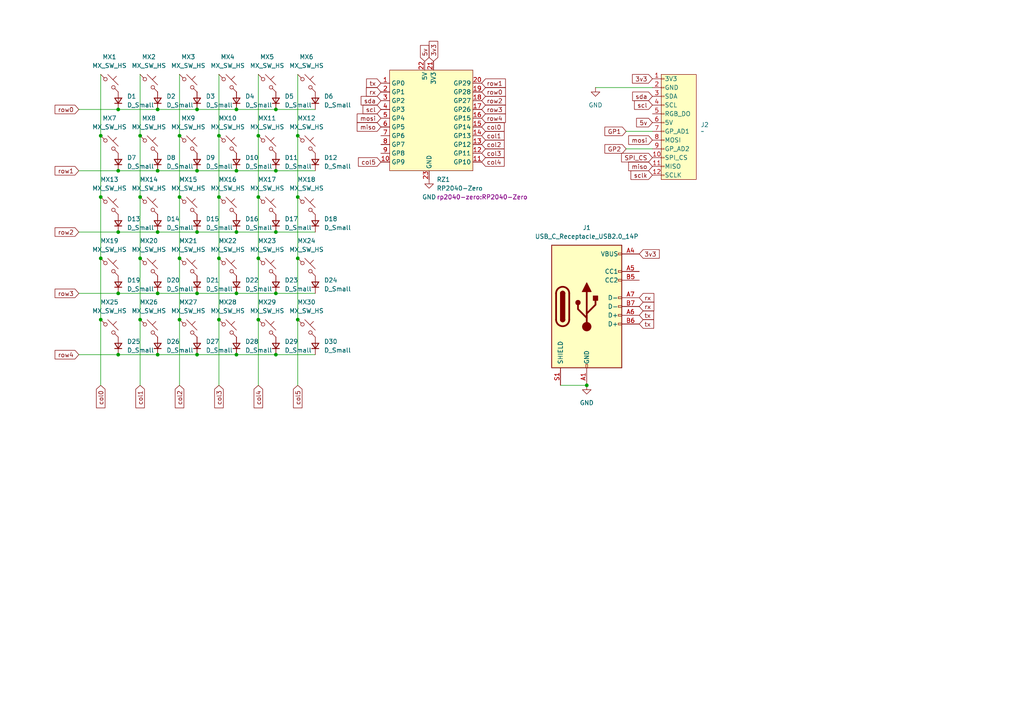
<source format=kicad_sch>
(kicad_sch (version 20231120) (generator "eeschema") (generator_version "8.0")
  (paper "A4")
  (lib_symbols
    (symbol "Connector:USB_C_Receptacle_USB2.0_14P" (pin_names (offset 1.016))
      (property "Reference" "J" (at 0 22.225 0))
      (property "Value" "USB_C_Receptacle_USB2.0_14P" (at 0 19.685 0))
      (symbol "USB_C_Receptacle_USB2.0_14P_0_0"
        (rectangle (start -0.254 -17.78) (end 0.254 -16.764))
        (rectangle (start 10.16 -4.826) (end 9.144 -5.334))
        (rectangle (start 10.16 -2.286) (end 9.144 -2.794))
        (rectangle (start 10.16 0.254) (end 9.144 -0.254))
        (rectangle (start 10.16 2.794) (end 9.144 2.286))
        (rectangle (start 10.16 7.874) (end 9.144 7.366))
        (rectangle (start 10.16 10.414) (end 9.144 9.906))
        (rectangle (start 10.16 15.494) (end 9.144 14.986))
      )
      (symbol "USB_C_Receptacle_USB2.0_14P_0_1"
        (rectangle (start -10.16 17.78) (end 10.16 -17.78) (stroke (width 0.254)) (fill (type background)))
        (arc (start -8.89 -3.81) (mid -6.985 -5.7067) (end -5.08 -3.81) (stroke (width 0.508)))
        (arc (start -7.62 -3.81) (mid -6.985 -4.4423) (end -6.35 -3.81) (stroke (width 0.254)))
        (arc (start -7.62 -3.81) (mid -6.985 -4.4423) (end -6.35 -3.81) (stroke (width 0.254)) (fill (type outline)))
        (rectangle (start -7.62 -3.81) (end -6.35 3.81) (stroke (width 0.254)) (fill (type outline)))
        (arc (start -6.35 3.81) (mid -6.985 4.4423) (end -7.62 3.81) (stroke (width 0.254)))
        (arc (start -6.35 3.81) (mid -6.985 4.4423) (end -7.62 3.81) (stroke (width 0.254)) (fill (type outline)))
        (arc (start -5.08 3.81) (mid -6.985 5.7067) (end -8.89 3.81) (stroke (width 0.508)))
        (circle (center -2.54 1.143) (radius 0.635) (stroke (width 0.254)) (fill (type outline)))
        (circle (center 0 -5.842) (radius 1.27) (fill (type outline)))
        (polyline (pts (xy -8.89 -3.81) (xy -8.89 3.81)) (stroke (width 0.508)))
        (polyline (pts (xy -5.08 3.81) (xy -5.08 -3.81)) (stroke (width 0.508)))
        (polyline (pts (xy 0 -5.842) (xy 0 4.318)) (stroke (width 0.508)))
        (polyline (pts (xy 0 -3.302) (xy -2.54 -0.762) (xy -2.54 0.508)) (stroke (width 0.508)))
        (polyline (pts (xy 0 -2.032) (xy 2.54 0.508) (xy 2.54 1.778)) (stroke (width 0.508)))
        (polyline (pts (xy -1.27 4.318) (xy 0 6.858) (xy 1.27 4.318) (xy -1.27 4.318)) (stroke (width 0.254)) (fill (type outline)))
        (rectangle (start 1.905 1.778) (end 3.175 3.048) (stroke (width 0.254)) (fill (type outline)))
      )
      (symbol "USB_C_Receptacle_USB2.0_14P_1_1"
        (pin passive line (at 0 -22.86 90) (length 5.08) (name "GND") (number "A1"))
        (pin passive line (at 0 -22.86 90) (length 5.08) hide (name "GND") (number "A12"))
        (pin passive line (at 15.24 15.24 180) (length 5.08) (name "VBUS") (number "A4"))
        (pin bidirectional line (at 15.24 10.16 180) (length 5.08) (name "CC1") (number "A5"))
        (pin bidirectional line (at 15.24 -2.54 180) (length 5.08) (name "D+") (number "A6"))
        (pin bidirectional line (at 15.24 2.54 180) (length 5.08) (name "D-") (number "A7"))
        (pin passive line (at 15.24 15.24 180) (length 5.08) hide (name "VBUS") (number "A9"))
        (pin passive line (at 0 -22.86 90) (length 5.08) hide (name "GND") (number "B1"))
        (pin passive line (at 0 -22.86 90) (length 5.08) hide (name "GND") (number "B12"))
        (pin passive line (at 15.24 15.24 180) (length 5.08) hide (name "VBUS") (number "B4"))
        (pin bidirectional line (at 15.24 7.62 180) (length 5.08) (name "CC2") (number "B5"))
        (pin bidirectional line (at 15.24 -5.08 180) (length 5.08) (name "D+") (number "B6"))
        (pin bidirectional line (at 15.24 0 180) (length 5.08) (name "D-") (number "B7"))
        (pin passive line (at 15.24 15.24 180) (length 5.08) hide (name "VBUS") (number "B9"))
        (pin passive line (at -7.62 -22.86 90) (length 5.08) (name "SHIELD") (number "S1"))
      )
    )
    (symbol "Device:D_Small" (pin_numbers hide) (pin_names (offset 0.254) hide)
      (property "Reference" "D" (at -1.27 2.032 0))
      (property "Value" "D_Small" (at -3.81 -2.032 0))
      (symbol "D_Small_0_1"
        (polyline (pts (xy -0.762 -1.016) (xy -0.762 1.016)) (stroke (width 0.254)))
        (polyline (pts (xy -0.762 0) (xy 0.762 0)))
        (polyline (pts (xy 0.762 -1.016) (xy -0.762 0) (xy 0.762 1.016) (xy 0.762 -1.016)) (stroke (width 0.254)))
      )
      (symbol "D_Small_1_1"
        (pin passive line (at -2.54 0 0) (length 1.778) (name "K") (number "1"))
        (pin passive line (at 2.54 0 180) (length 1.778) (name "A") (number "2"))
      )
    )
    (symbol "marbastlib-mx:MX_SW_HS_CPG151101S11" (pin_numbers hide) (pin_names (offset 1.016) hide)
      (property "Reference" "MX" (at 3.048 1.016 0))
      (property "Value" "MX_SW_HS" (at 0 -3.81 0))
      (symbol "MX_SW_HS_CPG151101S11_0_1"
        (circle (center -1.1684 1.1684) (radius 0.508))
        (polyline (pts (xy -0.508 2.54) (xy 2.54 -0.508)))
        (polyline (pts (xy 1.016 1.016) (xy 2.032 2.032)))
        (polyline (pts (xy -2.54 2.54) (xy -1.524 1.524) (xy -1.524 1.524)))
        (polyline (pts (xy 1.524 -1.524) (xy 2.54 -2.54) (xy 2.54 -2.54) (xy 2.54 -2.54)))
        (circle (center 1.143 -1.1938) (radius 0.508))
        (pin passive line (at -2.54 2.54 0) (length 0) (name "1") (number "1"))
        (pin passive line (at 2.54 -2.54 180) (length 0) (name "2") (number "2"))
      )
    )
    (symbol "power:GND" (power) (pin_numbers hide) (pin_names (offset 0) hide)
      (property "Value" "GND" (at 0 -3.81 0))
      (symbol "GND_0_1"
        (polyline (pts (xy 0 0) (xy 0 -1.27) (xy 1.27 -1.27) (xy 0 -2.54) (xy -1.27 -1.27) (xy 0 -1.27)))
      )
      (symbol "GND_1_1"
        (pin power_in line (at 0 0 270) (length 0) (name "~") (number "1"))
      )
    )
    (symbol "rp2040-zero:RP2040-Zero"
      (property "Reference" "RZ" (at 0 0 0))
      (property "Value" "RP2040-Zero" (at 0 -2.54 0))
      (property "Footprint" "RP2040-Zero:RP2040-Zero" (at 0 0 0))
      (symbol "RP2040-Zero_0_1"
        (rectangle (start -11.43 -15.24) (end 12.7 13.97) (fill (type background)))
      )
      (symbol "RP2040-Zero_1_1"
        (pin bidirectional line (at -13.97 10.16 0) (length 2.54) (name "GP0") (number "1"))
        (pin bidirectional line (at -13.97 -12.7 0) (length 2.54) (name "GP9") (number "10"))
        (pin bidirectional line (at 15.24 -12.7 180) (length 2.54) (name "GP10") (number "11"))
        (pin bidirectional line (at 15.24 -10.16 180) (length 2.54) (name "GP11") (number "12"))
        (pin bidirectional line (at 15.24 -7.62 180) (length 2.54) (name "GP12") (number "13"))
        (pin bidirectional line (at 15.24 -5.08 180) (length 2.54) (name "GP13") (number "14"))
        (pin bidirectional line (at 15.24 -2.54 180) (length 2.54) (name "GP14") (number "15"))
        (pin bidirectional line (at 15.24 0 180) (length 2.54) (name "GP15") (number "16"))
        (pin bidirectional line (at 15.24 2.54 180) (length 2.54) (name "GP26") (number "17"))
        (pin bidirectional line (at 15.24 5.08 180) (length 2.54) (name "GP27") (number "18"))
        (pin bidirectional line (at 15.24 7.62 180) (length 2.54) (name "GP28") (number "19"))
        (pin bidirectional line (at -13.97 7.62 0) (length 2.54) (name "GP1") (number "2"))
        (pin bidirectional line (at 15.24 10.16 180) (length 2.54) (name "GP29") (number "20"))
        (pin power_in line (at 1.27 16.51 270) (length 2.54) (name "3V3") (number "21"))
        (pin power_in line (at -1.27 16.51 270) (length 2.54) (name "5V") (number "22"))
        (pin power_in line (at 0 -17.78 90) (length 2.54) (name "GND") (number "23"))
        (pin bidirectional line (at -13.97 5.08 0) (length 2.54) (name "GP2") (number "3"))
        (pin bidirectional line (at -13.97 2.54 0) (length 2.54) (name "GP3") (number "4"))
        (pin bidirectional line (at -13.97 0 0) (length 2.54) (name "GP4") (number "5"))
        (pin bidirectional line (at -13.97 -2.54 0) (length 2.54) (name "GP5") (number "6"))
        (pin bidirectional line (at -13.97 -5.08 0) (length 2.54) (name "GP6") (number "7"))
        (pin bidirectional line (at -13.97 -7.62 0) (length 2.54) (name "GP7") (number "8"))
        (pin bidirectional line (at -13.97 -10.16 0) (length 2.54) (name "GP8") (number "9"))
      )
    )
    (symbol "vik:vik-keyboard-connector" (pin_names (offset 1))
      (property "Reference" "J" (at 0 15.875 0))
      (symbol "vik-keyboard-connector_1_1"
        (rectangle (start -5.08 13.97) (end 5.08 -16.51) (fill (type background)))
        (rectangle (start -5.0546 -15.113) (end -4.191 -15.367) (stroke (width 0.1)))
        (rectangle (start -5.0546 -12.573) (end -4.191 -12.827) (stroke (width 0.1)))
        (rectangle (start -5.0546 -10.033) (end -4.191 -10.287) (stroke (width 0.1)))
        (rectangle (start -5.0546 -7.493) (end -4.191 -7.747) (stroke (width 0.1)))
        (rectangle (start -5.0546 -4.953) (end -4.191 -5.207) (stroke (width 0.1)))
        (rectangle (start -5.0546 -2.413) (end -4.191 -2.667) (stroke (width 0.1)))
        (rectangle (start -5.0546 0.127) (end -4.191 -0.127) (stroke (width 0.1)))
        (rectangle (start -5.0546 2.667) (end -4.191 2.413) (stroke (width 0.1)))
        (rectangle (start -5.0546 5.207) (end -4.191 4.953) (stroke (width 0.1)))
        (rectangle (start -5.0546 7.747) (end -4.191 7.493) (stroke (width 0.1)))
        (rectangle (start -5.0546 10.287) (end -4.191 10.033) (stroke (width 0.1)))
        (rectangle (start -5.0546 12.827) (end -4.191 12.573) (stroke (width 0.1)))
        (pin power_in line (at -7.62 12.7 0) (length 2.54) (name "3V3") (number "1"))
        (pin input line (at -7.62 -10.16 0) (length 2.54) (name "SPI_CS") (number "10"))
        (pin tri_state line (at -7.62 -12.7 0) (length 2.54) (name "MISO") (number "11"))
        (pin input line (at -7.62 -15.24 0) (length 2.54) (name "SCLK") (number "12"))
        (pin power_in line (at -7.62 10.16 0) (length 2.54) (name "GND") (number "2"))
        (pin bidirectional line (at -7.62 7.62 0) (length 2.54) (name "SDA") (number "3"))
        (pin bidirectional line (at -7.62 5.08 0) (length 2.54) (name "SCL") (number "4"))
        (pin input line (at -7.62 2.54 0) (length 2.54) (name "RGB_DO") (number "5"))
        (pin power_in line (at -7.62 0 0) (length 2.54) (name "5V") (number "6"))
        (pin bidirectional line (at -7.62 -2.54 0) (length 2.54) (name "GP_AD1") (number "7"))
        (pin input line (at -7.62 -5.08 0) (length 2.54) (name "MOSI") (number "8"))
        (pin bidirectional line (at -7.62 -7.62 0) (length 2.54) (name "GP_AD2") (number "9"))
      )
    )
  )
  (junction (at 57.15 31.75))
  (junction (at 34.29 49.53))
  (junction (at 45.72 67.31))
  (junction (at 45.72 102.87))
  (junction (at 86.36 74.93))
  (junction (at 57.15 85.09))
  (junction (at 74.93 74.93))
  (junction (at 68.58 67.31))
  (junction (at 45.72 49.53))
  (junction (at 29.21 74.93))
  (junction (at 63.5 39.37))
  (junction (at 80.01 31.75))
  (junction (at 68.58 85.09))
  (junction (at 45.72 31.75))
  (junction (at 29.21 92.71))
  (junction (at 57.15 102.87))
  (junction (at 63.5 74.93))
  (junction (at 80.01 102.87))
  (junction (at 34.29 85.09))
  (junction (at 63.5 57.15))
  (junction (at 86.36 92.71))
  (junction (at 52.07 74.93))
  (junction (at 29.21 57.15))
  (junction (at 40.64 57.15))
  (junction (at 63.5 92.71))
  (junction (at 86.36 39.37))
  (junction (at 57.15 49.53))
  (junction (at 40.64 39.37))
  (junction (at 80.01 85.09))
  (junction (at 34.29 67.31))
  (junction (at 68.58 49.53))
  (junction (at 80.01 67.31))
  (junction (at 52.07 92.71))
  (junction (at 29.21 39.37))
  (junction (at 74.93 57.15))
  (junction (at 45.72 85.09))
  (junction (at 40.64 92.71))
  (junction (at 52.07 39.37))
  (junction (at 74.93 39.37))
  (junction (at 52.07 57.15))
  (junction (at 34.29 102.87))
  (junction (at 74.93 92.71))
  (junction (at 57.15 67.31))
  (junction (at 86.36 57.15))
  (junction (at 34.29 31.75))
  (junction (at 68.58 31.75))
  (junction (at 170.18 111.76))
  (junction (at 80.01 49.53))
  (junction (at 68.58 102.87))
  (junction (at 40.64 74.93))
  (wire (pts (xy 29.21 74.93) (xy 29.21 92.71)))
  (wire (pts (xy 52.07 57.15) (xy 52.07 74.93)))
  (wire (pts (xy 63.5 21.59) (xy 63.5 39.37)))
  (wire (pts (xy 68.58 85.09) (xy 80.01 85.09)))
  (wire (pts (xy 86.36 74.93) (xy 86.36 92.71)))
  (wire (pts (xy 29.21 39.37) (xy 29.21 57.15)))
  (wire (pts (xy 34.29 31.75) (xy 45.72 31.75)))
  (wire (pts (xy 80.01 85.09) (xy 91.44 85.09)))
  (wire (pts (xy 86.36 21.59) (xy 86.36 39.37)))
  (wire (pts (xy 45.72 49.53) (xy 57.15 49.53)))
  (wire (pts (xy 68.58 49.53) (xy 80.01 49.53)))
  (wire (pts (xy 80.01 67.31) (xy 91.44 67.31)))
  (wire (pts (xy 181.61 43.18) (xy 189.23 43.18)))
  (wire (pts (xy 57.15 31.75) (xy 68.58 31.75)))
  (wire (pts (xy 40.64 57.15) (xy 40.64 74.93)))
  (wire (pts (xy 45.72 102.87) (xy 57.15 102.87)))
  (wire (pts (xy 63.5 74.93) (xy 63.5 92.71)))
  (wire (pts (xy 22.86 49.53) (xy 34.29 49.53)))
  (wire (pts (xy 80.01 49.53) (xy 91.44 49.53)))
  (wire (pts (xy 22.86 31.75) (xy 34.29 31.75)))
  (wire (pts (xy 22.86 67.31) (xy 34.29 67.31)))
  (wire (pts (xy 34.29 49.53) (xy 45.72 49.53)))
  (wire (pts (xy 68.58 31.75) (xy 80.01 31.75)))
  (wire (pts (xy 80.01 31.75) (xy 91.44 31.75)))
  (wire (pts (xy 63.5 92.71) (xy 63.5 111.76)))
  (wire (pts (xy 86.36 57.15) (xy 86.36 74.93)))
  (wire (pts (xy 162.56 111.76) (xy 170.18 111.76)))
  (wire (pts (xy 80.01 102.87) (xy 91.44 102.87)))
  (wire (pts (xy 63.5 57.15) (xy 63.5 74.93)))
  (wire (pts (xy 86.36 92.71) (xy 86.36 111.76)))
  (wire (pts (xy 86.36 39.37) (xy 86.36 57.15)))
  (wire (pts (xy 57.15 49.53) (xy 68.58 49.53)))
  (wire (pts (xy 57.15 67.31) (xy 68.58 67.31)))
  (wire (pts (xy 45.72 31.75) (xy 57.15 31.75)))
  (wire (pts (xy 52.07 39.37) (xy 52.07 57.15)))
  (wire (pts (xy 74.93 57.15) (xy 74.93 74.93)))
  (wire (pts (xy 172.72 25.4) (xy 189.23 25.4)))
  (wire (pts (xy 74.93 39.37) (xy 74.93 57.15)))
  (wire (pts (xy 45.72 67.31) (xy 57.15 67.31)))
  (wire (pts (xy 68.58 67.31) (xy 80.01 67.31)))
  (wire (pts (xy 74.93 92.71) (xy 74.93 111.76)))
  (wire (pts (xy 29.21 92.71) (xy 29.21 111.76)))
  (wire (pts (xy 22.86 102.87) (xy 34.29 102.87)))
  (wire (pts (xy 52.07 21.59) (xy 52.07 39.37)))
  (wire (pts (xy 68.58 102.87) (xy 80.01 102.87)))
  (wire (pts (xy 52.07 74.93) (xy 52.07 92.71)))
  (wire (pts (xy 45.72 85.09) (xy 57.15 85.09)))
  (wire (pts (xy 34.29 85.09) (xy 45.72 85.09)))
  (wire (pts (xy 74.93 21.59) (xy 74.93 39.37)))
  (wire (pts (xy 34.29 67.31) (xy 45.72 67.31)))
  (wire (pts (xy 74.93 74.93) (xy 74.93 92.71)))
  (wire (pts (xy 40.64 39.37) (xy 40.64 57.15)))
  (wire (pts (xy 40.64 21.59) (xy 40.64 39.37)))
  (wire (pts (xy 52.07 92.71) (xy 52.07 111.76)))
  (wire (pts (xy 29.21 21.59) (xy 29.21 39.37)))
  (wire (pts (xy 40.64 92.71) (xy 40.64 111.76)))
  (wire (pts (xy 181.61 38.1) (xy 189.23 38.1)))
  (wire (pts (xy 40.64 74.93) (xy 40.64 92.71)))
  (wire (pts (xy 63.5 39.37) (xy 63.5 57.15)))
  (wire (pts (xy 57.15 102.87) (xy 68.58 102.87)))
  (wire (pts (xy 34.29 102.87) (xy 45.72 102.87)))
  (wire (pts (xy 29.21 57.15) (xy 29.21 74.93)))
  (wire (pts (xy 57.15 85.09) (xy 68.58 85.09)))
  (wire (pts (xy 22.86 85.09) (xy 34.29 85.09)))
  (global_label "mosi" (shape input) (at 110.49 34.29 180) (property "Intersheetrefs" "${INTERSHEET_REFS}" (effects (hide yes))))
  (global_label "col3" (shape input) (at 63.5 111.76 270) (property "Intersheetrefs" "${INTERSHEET_REFS}" (effects (hide yes))))
  (global_label "row2" (shape input) (at 22.86 67.31 180) (property "Intersheetrefs" "${INTERSHEET_REFS}" (effects (hide yes))))
  (global_label "3v3" (shape input) (at 189.23 22.86 180) (property "Intersheetrefs" "${INTERSHEET_REFS}" (effects (hide yes))))
  (global_label "miso" (shape input) (at 189.23 48.26 180) (property "Intersheetrefs" "${INTERSHEET_REFS}" (effects (hide yes))))
  (global_label "tx" (shape input) (at 185.42 91.44 0) (property "Intersheetrefs" "${INTERSHEET_REFS}" (effects (hide yes))))
  (global_label "scl" (shape input) (at 189.23 30.48 180) (property "Intersheetrefs" "${INTERSHEET_REFS}" (effects (hide yes))))
  (global_label "5v" (shape input) (at 123.19 17.78 90) (property "Intersheetrefs" "${INTERSHEET_REFS}" (effects (hide yes))))
  (global_label "miso" (shape input) (at 110.49 36.83 180) (property "Intersheetrefs" "${INTERSHEET_REFS}" (effects (hide yes))))
  (global_label "row2" (shape input) (at 139.7 29.21 0) (property "Intersheetrefs" "${INTERSHEET_REFS}" (effects (hide yes))))
  (global_label "row1" (shape input) (at 139.7 24.13 0) (property "Intersheetrefs" "${INTERSHEET_REFS}" (effects (hide yes))))
  (global_label "row3" (shape input) (at 139.7 31.75 0) (property "Intersheetrefs" "${INTERSHEET_REFS}" (effects (hide yes))))
  (global_label "col3" (shape input) (at 139.7 44.45 0) (property "Intersheetrefs" "${INTERSHEET_REFS}" (effects (hide yes))))
  (global_label "col2" (shape input) (at 52.07 111.76 270) (property "Intersheetrefs" "${INTERSHEET_REFS}" (effects (hide yes))))
  (global_label "scl" (shape input) (at 110.49 31.75 180) (property "Intersheetrefs" "${INTERSHEET_REFS}" (effects (hide yes))))
  (global_label "tx" (shape input) (at 185.42 93.98 0) (property "Intersheetrefs" "${INTERSHEET_REFS}" (effects (hide yes))))
  (global_label "row0" (shape input) (at 22.86 31.75 180) (property "Intersheetrefs" "${INTERSHEET_REFS}" (effects (hide yes))))
  (global_label "rx" (shape input) (at 185.42 88.9 0) (property "Intersheetrefs" "${INTERSHEET_REFS}" (effects (hide yes))))
  (global_label "mosi" (shape input) (at 189.23 40.64 180) (property "Intersheetrefs" "${INTERSHEET_REFS}" (effects (hide yes))))
  (global_label "3v3" (shape input) (at 185.42 73.66 0) (property "Intersheetrefs" "${INTERSHEET_REFS}" (effects (hide yes))))
  (global_label "col4" (shape input) (at 139.7 46.99 0) (property "Intersheetrefs" "${INTERSHEET_REFS}" (effects (hide yes))))
  (global_label "GP2" (shape input) (at 181.61 43.18 180) (property "Intersheetrefs" "${INTERSHEET_REFS}" (effects (hide yes))))
  (global_label "5v" (shape input) (at 189.23 35.56 180) (property "Intersheetrefs" "${INTERSHEET_REFS}" (effects (hide yes))))
  (global_label "sda" (shape input) (at 110.49 29.21 180) (property "Intersheetrefs" "${INTERSHEET_REFS}" (effects (hide yes))))
  (global_label "sda" (shape input) (at 189.23 27.94 180) (property "Intersheetrefs" "${INTERSHEET_REFS}" (effects (hide yes))))
  (global_label "row4" (shape input) (at 22.86 102.87 180) (property "Intersheetrefs" "${INTERSHEET_REFS}" (effects (hide yes))))
  (global_label "col2" (shape input) (at 139.7 41.91 0) (property "Intersheetrefs" "${INTERSHEET_REFS}" (effects (hide yes))))
  (global_label "col0" (shape input) (at 29.21 111.76 270) (property "Intersheetrefs" "${INTERSHEET_REFS}" (effects (hide yes))))
  (global_label "row0" (shape input) (at 139.7 26.67 0) (property "Intersheetrefs" "${INTERSHEET_REFS}" (effects (hide yes))))
  (global_label "col0" (shape input) (at 139.7 36.83 0) (property "Intersheetrefs" "${INTERSHEET_REFS}" (effects (hide yes))))
  (global_label "sclk" (shape input) (at 189.23 50.8 180) (property "Intersheetrefs" "${INTERSHEET_REFS}" (effects (hide yes))))
  (global_label "GP1" (shape input) (at 181.61 38.1 180) (property "Intersheetrefs" "${INTERSHEET_REFS}" (effects (hide yes))))
  (global_label "SPI_CS" (shape input) (at 189.23 45.72 180) (property "Intersheetrefs" "${INTERSHEET_REFS}" (effects (hide yes))))
  (global_label "col4" (shape input) (at 74.93 111.76 270) (property "Intersheetrefs" "${INTERSHEET_REFS}" (effects (hide yes))))
  (global_label "row3" (shape input) (at 22.86 85.09 180) (property "Intersheetrefs" "${INTERSHEET_REFS}" (effects (hide yes))))
  (global_label "col1" (shape input) (at 139.7 39.37 0) (property "Intersheetrefs" "${INTERSHEET_REFS}" (effects (hide yes))))
  (global_label "rx" (shape input) (at 110.49 26.67 180) (property "Intersheetrefs" "${INTERSHEET_REFS}" (effects (hide yes))))
  (global_label "col5" (shape input) (at 110.49 46.99 180) (property "Intersheetrefs" "${INTERSHEET_REFS}" (effects (hide yes))))
  (global_label "col1" (shape input) (at 40.64 111.76 270) (property "Intersheetrefs" "${INTERSHEET_REFS}" (effects (hide yes))))
  (global_label "col5" (shape input) (at 86.36 111.76 270) (property "Intersheetrefs" "${INTERSHEET_REFS}" (effects (hide yes))))
  (global_label "row4" (shape input) (at 139.7 34.29 0) (property "Intersheetrefs" "${INTERSHEET_REFS}" (effects (hide yes))))
  (global_label "3v3" (shape input) (at 125.73 17.78 90) (property "Intersheetrefs" "${INTERSHEET_REFS}" (effects (hide yes))))
  (global_label "rx" (shape input) (at 185.42 86.36 0) (property "Intersheetrefs" "${INTERSHEET_REFS}" (effects (hide yes))))
  (global_label "tx" (shape input) (at 110.49 24.13 180) (property "Intersheetrefs" "${INTERSHEET_REFS}" (effects (hide yes))))
  (global_label "row1" (shape input) (at 22.86 49.53 180) (property "Intersheetrefs" "${INTERSHEET_REFS}" (effects (hide yes))))
  (symbol (lib_id "marbastlib-mx:MX_SW_HS_CPG151101S11") (at 43.18 41.91 0) (unit 1)
    (property "Reference" "MX8" (at 43.18 34.29 0))
    (property "Value" "MX_SW_HS" (at 43.18 36.83 0))
    (property "Footprint" "marbastlib-mx:SW_MX_HS_CPG151101S11_1u" (effects (hide yes)))
    (property "Description" "Push button switch, normally open, two pins, 45° tilted, Kailh CPG151101S11 for Cherry MX style switches" (effects (hide yes)))
  )
  (symbol (lib_id "Device:D_Small") (at 68.58 29.21 90) (unit 1)
    (property "Reference" "D4" (at 71.12 27.9399 90) (effects (justify right)))
    (property "Value" "D_Small" (at 71.12 30.4799 90) (effects (justify right)))
    (property "Footprint" "Diode_SMD:D_SOD-323" (effects (hide yes)))
    (property "Description" "Diode, small symbol" (effects (hide yes)))
    (property "Sim.Device" "D" (effects (hide yes)))
    (property "Sim.Pins" "1=K 2=A" (effects (hide yes)))
  )
  (symbol (lib_id "Device:D_Small") (at 91.44 46.99 90) (unit 1)
    (property "Reference" "D12" (at 93.98 45.7199 90) (effects (justify right)))
    (property "Value" "D_Small" (at 93.98 48.2599 90) (effects (justify right)))
    (property "Footprint" "Diode_SMD:D_SOD-323" (effects (hide yes)))
    (property "Description" "Diode, small symbol" (effects (hide yes)))
    (property "Sim.Device" "D" (effects (hide yes)))
    (property "Sim.Pins" "1=K 2=A" (effects (hide yes)))
  )
  (symbol (lib_id "Device:D_Small") (at 45.72 46.99 90) (unit 1)
    (property "Reference" "D8" (at 48.26 45.7199 90) (effects (justify right)))
    (property "Value" "D_Small" (at 48.26 48.2599 90) (effects (justify right)))
    (property "Footprint" "Diode_SMD:D_SOD-323" (effects (hide yes)))
    (property "Description" "Diode, small symbol" (effects (hide yes)))
    (property "Sim.Device" "D" (effects (hide yes)))
    (property "Sim.Pins" "1=K 2=A" (effects (hide yes)))
  )
  (symbol (lib_id "marbastlib-mx:MX_SW_HS_CPG151101S11") (at 88.9 77.47 0) (unit 1)
    (property "Reference" "MX24" (at 88.9 69.85 0))
    (property "Value" "MX_SW_HS" (at 88.9 72.39 0))
    (property "Footprint" "marbastlib-mx:SW_MX_HS_CPG151101S11_1u" (effects (hide yes)))
    (property "Description" "Push button switch, normally open, two pins, 45° tilted, Kailh CPG151101S11 for Cherry MX style switches" (effects (hide yes)))
  )
  (symbol (lib_id "marbastlib-mx:MX_SW_HS_CPG151101S11") (at 88.9 95.25 0) (unit 1)
    (property "Reference" "MX30" (at 88.9 87.63 0))
    (property "Value" "MX_SW_HS" (at 88.9 90.17 0))
    (property "Footprint" "marbastlib-mx:SW_MX_HS_CPG151101S11_1u" (effects (hide yes)))
    (property "Description" "Push button switch, normally open, two pins, 45° tilted, Kailh CPG151101S11 for Cherry MX style switches" (effects (hide yes)))
  )
  (symbol (lib_id "marbastlib-mx:MX_SW_HS_CPG151101S11") (at 43.18 95.25 0) (unit 1)
    (property "Reference" "MX26" (at 43.18 87.63 0))
    (property "Value" "MX_SW_HS" (at 43.18 90.17 0))
    (property "Footprint" "marbastlib-mx:SW_MX_HS_CPG151101S11_1u" (effects (hide yes)))
    (property "Description" "Push button switch, normally open, two pins, 45° tilted, Kailh CPG151101S11 for Cherry MX style switches" (effects (hide yes)))
  )
  (symbol (lib_id "marbastlib-mx:MX_SW_HS_CPG151101S11") (at 77.47 95.25 0) (unit 1)
    (property "Reference" "MX29" (at 77.47 87.63 0))
    (property "Value" "MX_SW_HS" (at 77.47 90.17 0))
    (property "Footprint" "marbastlib-mx:SW_MX_HS_CPG151101S11_1u" (effects (hide yes)))
    (property "Description" "Push button switch, normally open, two pins, 45° tilted, Kailh CPG151101S11 for Cherry MX style switches" (effects (hide yes)))
  )
  (symbol (lib_id "Device:D_Small") (at 34.29 64.77 90) (unit 1)
    (property "Reference" "D13" (at 36.83 63.4999 90) (effects (justify right)))
    (property "Value" "D_Small" (at 36.83 66.0399 90) (effects (justify right)))
    (property "Footprint" "Diode_SMD:D_SOD-323" (effects (hide yes)))
    (property "Description" "Diode, small symbol" (effects (hide yes)))
    (property "Sim.Device" "D" (effects (hide yes)))
    (property "Sim.Pins" "1=K 2=A" (effects (hide yes)))
  )
  (symbol (lib_id "marbastlib-mx:MX_SW_HS_CPG151101S11") (at 88.9 24.13 0) (unit 1)
    (property "Reference" "MX6" (at 88.9 16.51 0))
    (property "Value" "MX_SW_HS" (at 88.9 19.05 0))
    (property "Footprint" "marbastlib-mx:SW_MX_HS_CPG151101S11_1u" (effects (hide yes)))
    (property "Description" "Push button switch, normally open, two pins, 45° tilted, Kailh CPG151101S11 for Cherry MX style switches" (effects (hide yes)))
  )
  (symbol (lib_id "marbastlib-mx:MX_SW_HS_CPG151101S11") (at 54.61 41.91 0) (unit 1)
    (property "Reference" "MX9" (at 54.61 34.29 0))
    (property "Value" "MX_SW_HS" (at 54.61 36.83 0))
    (property "Footprint" "marbastlib-mx:SW_MX_HS_CPG151101S11_1u" (effects (hide yes)))
    (property "Description" "Push button switch, normally open, two pins, 45° tilted, Kailh CPG151101S11 for Cherry MX style switches" (effects (hide yes)))
  )
  (symbol (lib_id "Device:D_Small") (at 68.58 46.99 90) (unit 1)
    (property "Reference" "D10" (at 71.12 45.7199 90) (effects (justify right)))
    (property "Value" "D_Small" (at 71.12 48.2599 90) (effects (justify right)))
    (property "Footprint" "Diode_SMD:D_SOD-323" (effects (hide yes)))
    (property "Description" "Diode, small symbol" (effects (hide yes)))
    (property "Sim.Device" "D" (effects (hide yes)))
    (property "Sim.Pins" "1=K 2=A" (effects (hide yes)))
  )
  (symbol (lib_id "marbastlib-mx:MX_SW_HS_CPG151101S11") (at 66.04 77.47 0) (unit 1)
    (property "Reference" "MX22" (at 66.04 69.85 0))
    (property "Value" "MX_SW_HS" (at 66.04 72.39 0))
    (property "Footprint" "marbastlib-mx:SW_MX_HS_CPG151101S11_1u" (effects (hide yes)))
    (property "Description" "Push button switch, normally open, two pins, 45° tilted, Kailh CPG151101S11 for Cherry MX style switches" (effects (hide yes)))
  )
  (symbol (lib_id "Device:D_Small") (at 80.01 82.55 90) (unit 1)
    (property "Reference" "D23" (at 82.55 81.2799 90) (effects (justify right)))
    (property "Value" "D_Small" (at 82.55 83.8199 90) (effects (justify right)))
    (property "Footprint" "Diode_SMD:D_SOD-323" (effects (hide yes)))
    (property "Description" "Diode, small symbol" (effects (hide yes)))
    (property "Sim.Device" "D" (effects (hide yes)))
    (property "Sim.Pins" "1=K 2=A" (effects (hide yes)))
  )
  (symbol (lib_id "marbastlib-mx:MX_SW_HS_CPG151101S11") (at 31.75 24.13 0) (unit 1)
    (property "Reference" "MX1" (at 31.75 16.51 0))
    (property "Value" "MX_SW_HS" (at 31.75 19.05 0))
    (property "Footprint" "marbastlib-mx:SW_MX_HS_CPG151101S11_1u" (effects (hide yes)))
    (property "Description" "Push button switch, normally open, two pins, 45° tilted, Kailh CPG151101S11 for Cherry MX style switches" (effects (hide yes)))
  )
  (symbol (lib_id "marbastlib-mx:MX_SW_HS_CPG151101S11") (at 31.75 77.47 0) (unit 1)
    (property "Reference" "MX19" (at 31.75 69.85 0))
    (property "Value" "MX_SW_HS" (at 31.75 72.39 0))
    (property "Footprint" "marbastlib-mx:SW_MX_HS_CPG151101S11_1u" (effects (hide yes)))
    (property "Description" "Push button switch, normally open, two pins, 45° tilted, Kailh CPG151101S11 for Cherry MX style switches" (effects (hide yes)))
  )
  (symbol (lib_id "marbastlib-mx:MX_SW_HS_CPG151101S11") (at 77.47 24.13 0) (unit 1)
    (property "Reference" "MX5" (at 77.47 16.51 0))
    (property "Value" "MX_SW_HS" (at 77.47 19.05 0))
    (property "Footprint" "marbastlib-mx:SW_MX_HS_CPG151101S11_1u" (effects (hide yes)))
    (property "Description" "Push button switch, normally open, two pins, 45° tilted, Kailh CPG151101S11 for Cherry MX style switches" (effects (hide yes)))
  )
  (symbol (lib_id "power:GND") (at 170.18 111.76 0) (unit 1)
    (property "Reference" "#PWR02" (effects (hide yes)))
    (property "Value" "GND" (at 170.18 116.84 0))
    (property "Description" "Power symbol creates a global label with name \"GND\" , ground" (effects (hide yes)))
  )
  (symbol (lib_id "marbastlib-mx:MX_SW_HS_CPG151101S11") (at 43.18 59.69 0) (unit 1)
    (property "Reference" "MX14" (at 43.18 52.07 0))
    (property "Value" "MX_SW_HS" (at 43.18 54.61 0))
    (property "Footprint" "marbastlib-mx:SW_MX_HS_CPG151101S11_1u" (effects (hide yes)))
    (property "Description" "Push button switch, normally open, two pins, 45° tilted, Kailh CPG151101S11 for Cherry MX style switches" (effects (hide yes)))
  )
  (symbol (lib_id "marbastlib-mx:MX_SW_HS_CPG151101S11") (at 66.04 24.13 0) (unit 1)
    (property "Reference" "MX4" (at 66.04 16.51 0))
    (property "Value" "MX_SW_HS" (at 66.04 19.05 0))
    (property "Footprint" "marbastlib-mx:SW_MX_HS_CPG151101S11_1u" (effects (hide yes)))
    (property "Description" "Push button switch, normally open, two pins, 45° tilted, Kailh CPG151101S11 for Cherry MX style switches" (effects (hide yes)))
  )
  (symbol (lib_id "Device:D_Small") (at 80.01 46.99 90) (unit 1)
    (property "Reference" "D11" (at 82.55 45.7199 90) (effects (justify right)))
    (property "Value" "D_Small" (at 82.55 48.2599 90) (effects (justify right)))
    (property "Footprint" "Diode_SMD:D_SOD-323" (effects (hide yes)))
    (property "Description" "Diode, small symbol" (effects (hide yes)))
    (property "Sim.Device" "D" (effects (hide yes)))
    (property "Sim.Pins" "1=K 2=A" (effects (hide yes)))
  )
  (symbol (lib_id "Device:D_Small") (at 34.29 29.21 90) (unit 1)
    (property "Reference" "D1" (at 36.83 27.9399 90) (effects (justify right)))
    (property "Value" "D_Small" (at 36.83 30.4799 90) (effects (justify right)))
    (property "Footprint" "Diode_SMD:D_SOD-323" (effects (hide yes)))
    (property "Description" "Diode, small symbol" (effects (hide yes)))
    (property "Sim.Device" "D" (effects (hide yes)))
    (property "Sim.Pins" "1=K 2=A" (effects (hide yes)))
  )
  (symbol (lib_id "marbastlib-mx:MX_SW_HS_CPG151101S11") (at 43.18 24.13 0) (unit 1)
    (property "Reference" "MX2" (at 43.18 16.51 0))
    (property "Value" "MX_SW_HS" (at 43.18 19.05 0))
    (property "Footprint" "marbastlib-mx:SW_MX_HS_CPG151101S11_1u" (effects (hide yes)))
    (property "Description" "Push button switch, normally open, two pins, 45° tilted, Kailh CPG151101S11 for Cherry MX style switches" (effects (hide yes)))
  )
  (symbol (lib_id "power:GND") (at 172.72 25.4 0) (unit 1)
    (property "Reference" "#PWR03" (effects (hide yes)))
    (property "Value" "GND" (at 172.72 30.48 0))
    (property "Description" "Power symbol creates a global label with name \"GND\" , ground" (effects (hide yes)))
  )
  (symbol (lib_id "marbastlib-mx:MX_SW_HS_CPG151101S11") (at 66.04 41.91 0) (unit 1)
    (property "Reference" "MX10" (at 66.04 34.29 0))
    (property "Value" "MX_SW_HS" (at 66.04 36.83 0))
    (property "Footprint" "marbastlib-mx:SW_MX_HS_CPG151101S11_1u" (effects (hide yes)))
    (property "Description" "Push button switch, normally open, two pins, 45° tilted, Kailh CPG151101S11 for Cherry MX style switches" (effects (hide yes)))
  )
  (symbol (lib_id "Device:D_Small") (at 57.15 82.55 90) (unit 1)
    (property "Reference" "D21" (at 59.69 81.2799 90) (effects (justify right)))
    (property "Value" "D_Small" (at 59.69 83.8199 90) (effects (justify right)))
    (property "Footprint" "Diode_SMD:D_SOD-323" (effects (hide yes)))
    (property "Description" "Diode, small symbol" (effects (hide yes)))
    (property "Sim.Device" "D" (effects (hide yes)))
    (property "Sim.Pins" "1=K 2=A" (effects (hide yes)))
  )
  (symbol (lib_id "Device:D_Small") (at 80.01 29.21 90) (unit 1)
    (property "Reference" "D5" (at 82.55 27.9399 90) (effects (justify right)))
    (property "Value" "D_Small" (at 82.55 30.4799 90) (effects (justify right)))
    (property "Footprint" "Diode_SMD:D_SOD-323" (effects (hide yes)))
    (property "Description" "Diode, small symbol" (effects (hide yes)))
    (property "Sim.Device" "D" (effects (hide yes)))
    (property "Sim.Pins" "1=K 2=A" (effects (hide yes)))
  )
  (symbol (lib_id "marbastlib-mx:MX_SW_HS_CPG151101S11") (at 54.61 77.47 0) (unit 1)
    (property "Reference" "MX21" (at 54.61 69.85 0))
    (property "Value" "MX_SW_HS" (at 54.61 72.39 0))
    (property "Footprint" "marbastlib-mx:SW_MX_HS_CPG151101S11_1u" (effects (hide yes)))
    (property "Description" "Push button switch, normally open, two pins, 45° tilted, Kailh CPG151101S11 for Cherry MX style switches" (effects (hide yes)))
  )
  (symbol (lib_id "Device:D_Small") (at 68.58 64.77 90) (unit 1)
    (property "Reference" "D16" (at 71.12 63.4999 90) (effects (justify right)))
    (property "Value" "D_Small" (at 71.12 66.0399 90) (effects (justify right)))
    (property "Footprint" "Diode_SMD:D_SOD-323" (effects (hide yes)))
    (property "Description" "Diode, small symbol" (effects (hide yes)))
    (property "Sim.Device" "D" (effects (hide yes)))
    (property "Sim.Pins" "1=K 2=A" (effects (hide yes)))
  )
  (symbol (lib_id "Device:D_Small") (at 91.44 64.77 90) (unit 1)
    (property "Reference" "D18" (at 93.98 63.4999 90) (effects (justify right)))
    (property "Value" "D_Small" (at 93.98 66.0399 90) (effects (justify right)))
    (property "Footprint" "Diode_SMD:D_SOD-323" (effects (hide yes)))
    (property "Description" "Diode, small symbol" (effects (hide yes)))
    (property "Sim.Device" "D" (effects (hide yes)))
    (property "Sim.Pins" "1=K 2=A" (effects (hide yes)))
  )
  (symbol (lib_id "Device:D_Small") (at 91.44 29.21 90) (unit 1)
    (property "Reference" "D6" (at 93.98 27.9399 90) (effects (justify right)))
    (property "Value" "D_Small" (at 93.98 30.4799 90) (effects (justify right)))
    (property "Footprint" "Diode_SMD:D_SOD-323" (effects (hide yes)))
    (property "Description" "Diode, small symbol" (effects (hide yes)))
    (property "Sim.Device" "D" (effects (hide yes)))
    (property "Sim.Pins" "1=K 2=A" (effects (hide yes)))
  )
  (symbol (lib_id "Device:D_Small") (at 68.58 82.55 90) (unit 1)
    (property "Reference" "D22" (at 71.12 81.2799 90) (effects (justify right)))
    (property "Value" "D_Small" (at 71.12 83.8199 90) (effects (justify right)))
    (property "Footprint" "Diode_SMD:D_SOD-323" (effects (hide yes)))
    (property "Description" "Diode, small symbol" (effects (hide yes)))
    (property "Sim.Device" "D" (effects (hide yes)))
    (property "Sim.Pins" "1=K 2=A" (effects (hide yes)))
  )
  (symbol (lib_id "Device:D_Small") (at 45.72 82.55 90) (unit 1)
    (property "Reference" "D20" (at 48.26 81.2799 90) (effects (justify right)))
    (property "Value" "D_Small" (at 48.26 83.8199 90) (effects (justify right)))
    (property "Footprint" "Diode_SMD:D_SOD-323" (effects (hide yes)))
    (property "Description" "Diode, small symbol" (effects (hide yes)))
    (property "Sim.Device" "D" (effects (hide yes)))
    (property "Sim.Pins" "1=K 2=A" (effects (hide yes)))
  )
  (symbol (lib_id "marbastlib-mx:MX_SW_HS_CPG151101S11") (at 31.75 41.91 0) (unit 1)
    (property "Reference" "MX7" (at 31.75 34.29 0))
    (property "Value" "MX_SW_HS" (at 31.75 36.83 0))
    (property "Footprint" "marbastlib-mx:SW_MX_HS_CPG151101S11_1u" (effects (hide yes)))
    (property "Description" "Push button switch, normally open, two pins, 45° tilted, Kailh CPG151101S11 for Cherry MX style switches" (effects (hide yes)))
  )
  (symbol (lib_id "marbastlib-mx:MX_SW_HS_CPG151101S11") (at 77.47 41.91 0) (unit 1)
    (property "Reference" "MX11" (at 77.47 34.29 0))
    (property "Value" "MX_SW_HS" (at 77.47 36.83 0))
    (property "Footprint" "marbastlib-mx:SW_MX_HS_CPG151101S11_1u" (effects (hide yes)))
    (property "Description" "Push button switch, normally open, two pins, 45° tilted, Kailh CPG151101S11 for Cherry MX style switches" (effects (hide yes)))
  )
  (symbol (lib_id "marbastlib-mx:MX_SW_HS_CPG151101S11") (at 31.75 95.25 0) (unit 1)
    (property "Reference" "MX25" (at 31.75 87.63 0))
    (property "Value" "MX_SW_HS" (at 31.75 90.17 0))
    (property "Footprint" "marbastlib-mx:SW_MX_HS_CPG151101S11_1u" (effects (hide yes)))
    (property "Description" "Push button switch, normally open, two pins, 45° tilted, Kailh CPG151101S11 for Cherry MX style switches" (effects (hide yes)))
  )
  (symbol (lib_id "Device:D_Small") (at 45.72 100.33 90) (unit 1)
    (property "Reference" "D26" (at 48.26 99.0599 90) (effects (justify right)))
    (property "Value" "D_Small" (at 48.26 101.5999 90) (effects (justify right)))
    (property "Footprint" "Diode_SMD:D_SOD-323" (effects (hide yes)))
    (property "Description" "Diode, small symbol" (effects (hide yes)))
    (property "Sim.Device" "D" (effects (hide yes)))
    (property "Sim.Pins" "1=K 2=A" (effects (hide yes)))
  )
  (symbol (lib_id "Device:D_Small") (at 80.01 100.33 90) (unit 1)
    (property "Reference" "D29" (at 82.55 99.0599 90) (effects (justify right)))
    (property "Value" "D_Small" (at 82.55 101.5999 90) (effects (justify right)))
    (property "Footprint" "Diode_SMD:D_SOD-323" (effects (hide yes)))
    (property "Description" "Diode, small symbol" (effects (hide yes)))
    (property "Sim.Device" "D" (effects (hide yes)))
    (property "Sim.Pins" "1=K 2=A" (effects (hide yes)))
  )
  (symbol (lib_id "Device:D_Small") (at 45.72 64.77 90) (unit 1)
    (property "Reference" "D14" (at 48.26 63.4999 90) (effects (justify right)))
    (property "Value" "D_Small" (at 48.26 66.0399 90) (effects (justify right)))
    (property "Footprint" "Diode_SMD:D_SOD-323" (effects (hide yes)))
    (property "Description" "Diode, small symbol" (effects (hide yes)))
    (property "Sim.Device" "D" (effects (hide yes)))
    (property "Sim.Pins" "1=K 2=A" (effects (hide yes)))
  )
  (symbol (lib_id "Device:D_Small") (at 57.15 64.77 90) (unit 1)
    (property "Reference" "D15" (at 59.69 63.4999 90) (effects (justify right)))
    (property "Value" "D_Small" (at 59.69 66.0399 90) (effects (justify right)))
    (property "Footprint" "Diode_SMD:D_SOD-323" (effects (hide yes)))
    (property "Description" "Diode, small symbol" (effects (hide yes)))
    (property "Sim.Device" "D" (effects (hide yes)))
    (property "Sim.Pins" "1=K 2=A" (effects (hide yes)))
  )
  (symbol (lib_id "marbastlib-mx:MX_SW_HS_CPG151101S11") (at 43.18 77.47 0) (unit 1)
    (property "Reference" "MX20" (at 43.18 69.85 0))
    (property "Value" "MX_SW_HS" (at 43.18 72.39 0))
    (property "Footprint" "marbastlib-mx:SW_MX_HS_CPG151101S11_1u" (effects (hide yes)))
    (property "Description" "Push button switch, normally open, two pins, 45° tilted, Kailh CPG151101S11 for Cherry MX style switches" (effects (hide yes)))
  )
  (symbol (lib_id "Device:D_Small") (at 68.58 100.33 90) (unit 1)
    (property "Reference" "D28" (at 71.12 99.0599 90) (effects (justify right)))
    (property "Value" "D_Small" (at 71.12 101.5999 90) (effects (justify right)))
    (property "Footprint" "Diode_SMD:D_SOD-323" (effects (hide yes)))
    (property "Description" "Diode, small symbol" (effects (hide yes)))
    (property "Sim.Device" "D" (effects (hide yes)))
    (property "Sim.Pins" "1=K 2=A" (effects (hide yes)))
  )
  (symbol (lib_id "marbastlib-mx:MX_SW_HS_CPG151101S11") (at 54.61 24.13 0) (unit 1)
    (property "Reference" "MX3" (at 54.61 16.51 0))
    (property "Value" "MX_SW_HS" (at 54.61 19.05 0))
    (property "Footprint" "marbastlib-mx:SW_MX_HS_CPG151101S11_1u" (effects (hide yes)))
    (property "Description" "Push button switch, normally open, two pins, 45° tilted, Kailh CPG151101S11 for Cherry MX style switches" (effects (hide yes)))
  )
  (symbol (lib_id "marbastlib-mx:MX_SW_HS_CPG151101S11") (at 54.61 95.25 0) (unit 1)
    (property "Reference" "MX27" (at 54.61 87.63 0))
    (property "Value" "MX_SW_HS" (at 54.61 90.17 0))
    (property "Footprint" "marbastlib-mx:SW_MX_HS_CPG151101S11_1u" (effects (hide yes)))
    (property "Description" "Push button switch, normally open, two pins, 45° tilted, Kailh CPG151101S11 for Cherry MX style switches" (effects (hide yes)))
  )
  (symbol (lib_id "Device:D_Small") (at 34.29 100.33 90) (unit 1)
    (property "Reference" "D25" (at 36.83 99.0599 90) (effects (justify right)))
    (property "Value" "D_Small" (at 36.83 101.5999 90) (effects (justify right)))
    (property "Footprint" "Diode_SMD:D_SOD-323" (effects (hide yes)))
    (property "Description" "Diode, small symbol" (effects (hide yes)))
    (property "Sim.Device" "D" (effects (hide yes)))
    (property "Sim.Pins" "1=K 2=A" (effects (hide yes)))
  )
  (symbol (lib_id "vik:vik-keyboard-connector") (at 196.85 35.56 0) (unit 1)
    (property "Reference" "J2" (at 203.2 36.1949 0) (effects (justify left)))
    (property "Value" "~" (at 203.2 38.1 0) (effects (justify left)))
    (property "Footprint" "vik:vik-keyboard-connector-horizontal" (effects (hide yes)))
  )
  (symbol (lib_id "marbastlib-mx:MX_SW_HS_CPG151101S11") (at 31.75 59.69 0) (unit 1)
    (property "Reference" "MX13" (at 31.75 52.07 0))
    (property "Value" "MX_SW_HS" (at 31.75 54.61 0))
    (property "Footprint" "marbastlib-mx:SW_MX_HS_CPG151101S11_1u" (effects (hide yes)))
    (property "Description" "Push button switch, normally open, two pins, 45° tilted, Kailh CPG151101S11 for Cherry MX style switches" (effects (hide yes)))
  )
  (symbol (lib_id "power:GND") (at 124.46 52.07 0) (unit 1)
    (property "Reference" "#PWR01" (effects (hide yes)))
    (property "Value" "GND" (at 124.46 57.15 0))
    (property "Description" "Power symbol creates a global label with name \"GND\" , ground" (effects (hide yes)))
  )
  (symbol (lib_id "Device:D_Small") (at 91.44 82.55 90) (unit 1)
    (property "Reference" "D24" (at 93.98 81.2799 90) (effects (justify right)))
    (property "Value" "D_Small" (at 93.98 83.8199 90) (effects (justify right)))
    (property "Footprint" "Diode_SMD:D_SOD-323" (effects (hide yes)))
    (property "Description" "Diode, small symbol" (effects (hide yes)))
    (property "Sim.Device" "D" (effects (hide yes)))
    (property "Sim.Pins" "1=K 2=A" (effects (hide yes)))
  )
  (symbol (lib_id "marbastlib-mx:MX_SW_HS_CPG151101S11") (at 66.04 95.25 0) (unit 1)
    (property "Reference" "MX28" (at 66.04 87.63 0))
    (property "Value" "MX_SW_HS" (at 66.04 90.17 0))
    (property "Footprint" "marbastlib-mx:SW_MX_HS_CPG151101S11_1u" (effects (hide yes)))
    (property "Description" "Push button switch, normally open, two pins, 45° tilted, Kailh CPG151101S11 for Cherry MX style switches" (effects (hide yes)))
  )
  (symbol (lib_id "marbastlib-mx:MX_SW_HS_CPG151101S11") (at 77.47 77.47 0) (unit 1)
    (property "Reference" "MX23" (at 77.47 69.85 0))
    (property "Value" "MX_SW_HS" (at 77.47 72.39 0))
    (property "Footprint" "marbastlib-mx:SW_MX_HS_CPG151101S11_1u" (effects (hide yes)))
    (property "Description" "Push button switch, normally open, two pins, 45° tilted, Kailh CPG151101S11 for Cherry MX style switches" (effects (hide yes)))
  )
  (symbol (lib_id "Device:D_Small") (at 91.44 100.33 90) (unit 1)
    (property "Reference" "D30" (at 93.98 99.0599 90) (effects (justify right)))
    (property "Value" "D_Small" (at 93.98 101.5999 90) (effects (justify right)))
    (property "Footprint" "Diode_SMD:D_SOD-323" (effects (hide yes)))
    (property "Description" "Diode, small symbol" (effects (hide yes)))
    (property "Sim.Device" "D" (effects (hide yes)))
    (property "Sim.Pins" "1=K 2=A" (effects (hide yes)))
  )
  (symbol (lib_id "Device:D_Small") (at 57.15 29.21 90) (unit 1)
    (property "Reference" "D3" (at 59.69 27.9399 90) (effects (justify right)))
    (property "Value" "D_Small" (at 59.69 30.4799 90) (effects (justify right)))
    (property "Footprint" "Diode_SMD:D_SOD-323" (effects (hide yes)))
    (property "Description" "Diode, small symbol" (effects (hide yes)))
    (property "Sim.Device" "D" (effects (hide yes)))
    (property "Sim.Pins" "1=K 2=A" (effects (hide yes)))
  )
  (symbol (lib_id "Connector:USB_C_Receptacle_USB2.0_14P") (at 170.18 88.9 0) (unit 1)
    (property "Reference" "J1" (at 170.18 66.04 0))
    (property "Value" "USB_C_Receptacle_USB2.0_14P" (at 170.18 68.58 0))
    (property "Footprint" "marbastlib-various:USB_C_Receptacle_HRO_TYPE-C-31-M-12" (effects (hide yes)))
    (property "Datasheet" "https://www.usb.org/sites/default/files/documents/usb_type-c.zip" (effects (hide yes)))
    (property "Description" "USB 2.0-only 14P Type-C Receptacle connector" (effects (hide yes)))
  )
  (symbol (lib_id "marbastlib-mx:MX_SW_HS_CPG151101S11") (at 77.47 59.69 0) (unit 1)
    (property "Reference" "MX17" (at 77.47 52.07 0))
    (property "Value" "MX_SW_HS" (at 77.47 54.61 0))
    (property "Footprint" "marbastlib-mx:SW_MX_HS_CPG151101S11_1u" (effects (hide yes)))
    (property "Description" "Push button switch, normally open, two pins, 45° tilted, Kailh CPG151101S11 for Cherry MX style switches" (effects (hide yes)))
  )
  (symbol (lib_id "Device:D_Small") (at 34.29 46.99 90) (unit 1)
    (property "Reference" "D7" (at 36.83 45.7199 90) (effects (justify right)))
    (property "Value" "D_Small" (at 36.83 48.2599 90) (effects (justify right)))
    (property "Footprint" "Diode_SMD:D_SOD-323" (effects (hide yes)))
    (property "Description" "Diode, small symbol" (effects (hide yes)))
    (property "Sim.Device" "D" (effects (hide yes)))
    (property "Sim.Pins" "1=K 2=A" (effects (hide yes)))
  )
  (symbol (lib_id "Device:D_Small") (at 45.72 29.21 90) (unit 1)
    (property "Reference" "D2" (at 48.26 27.9399 90) (effects (justify right)))
    (property "Value" "D_Small" (at 48.26 30.4799 90) (effects (justify right)))
    (property "Footprint" "Diode_SMD:D_SOD-323" (effects (hide yes)))
    (property "Description" "Diode, small symbol" (effects (hide yes)))
    (property "Sim.Device" "D" (effects (hide yes)))
    (property "Sim.Pins" "1=K 2=A" (effects (hide yes)))
  )
  (symbol (lib_id "marbastlib-mx:MX_SW_HS_CPG151101S11") (at 88.9 59.69 0) (unit 1)
    (property "Reference" "MX18" (at 88.9 52.07 0))
    (property "Value" "MX_SW_HS" (at 88.9 54.61 0))
    (property "Footprint" "marbastlib-mx:SW_MX_HS_CPG151101S11_1u" (effects (hide yes)))
    (property "Description" "Push button switch, normally open, two pins, 45° tilted, Kailh CPG151101S11 for Cherry MX style switches" (effects (hide yes)))
  )
  (symbol (lib_id "Device:D_Small") (at 57.15 100.33 90) (unit 1)
    (property "Reference" "D27" (at 59.69 99.0599 90) (effects (justify right)))
    (property "Value" "D_Small" (at 59.69 101.5999 90) (effects (justify right)))
    (property "Footprint" "Diode_SMD:D_SOD-323" (effects (hide yes)))
    (property "Description" "Diode, small symbol" (effects (hide yes)))
    (property "Sim.Device" "D" (effects (hide yes)))
    (property "Sim.Pins" "1=K 2=A" (effects (hide yes)))
  )
  (symbol (lib_id "marbastlib-mx:MX_SW_HS_CPG151101S11") (at 54.61 59.69 0) (unit 1)
    (property "Reference" "MX15" (at 54.61 52.07 0))
    (property "Value" "MX_SW_HS" (at 54.61 54.61 0))
    (property "Footprint" "marbastlib-mx:SW_MX_HS_CPG151101S11_1u" (effects (hide yes)))
    (property "Description" "Push button switch, normally open, two pins, 45° tilted, Kailh CPG151101S11 for Cherry MX style switches" (effects (hide yes)))
  )
  (symbol (lib_id "Device:D_Small") (at 57.15 46.99 90) (unit 1)
    (property "Reference" "D9" (at 59.69 45.7199 90) (effects (justify right)))
    (property "Value" "D_Small" (at 59.69 48.2599 90) (effects (justify right)))
    (property "Footprint" "Diode_SMD:D_SOD-323" (effects (hide yes)))
    (property "Description" "Diode, small symbol" (effects (hide yes)))
    (property "Sim.Device" "D" (effects (hide yes)))
    (property "Sim.Pins" "1=K 2=A" (effects (hide yes)))
  )
  (symbol (lib_id "rp2040-zero:RP2040-Zero") (at 124.46 34.29 0) (unit 1)
    (property "Reference" "RZ1" (at 126.6541 52.07 0) (effects (justify left)))
    (property "Value" "RP2040-Zero" (at 126.6541 54.61 0) (effects (justify left)))
    (property "Footprint" "rp2040-zero:RP2040-Zero" (at 126.6541 57.15 0) (effects (justify left)))
  )
  (symbol (lib_id "marbastlib-mx:MX_SW_HS_CPG151101S11") (at 66.04 59.69 0) (unit 1)
    (property "Reference" "MX16" (at 66.04 52.07 0))
    (property "Value" "MX_SW_HS" (at 66.04 54.61 0))
    (property "Footprint" "marbastlib-mx:SW_MX_HS_CPG151101S11_1u" (effects (hide yes)))
    (property "Description" "Push button switch, normally open, two pins, 45° tilted, Kailh CPG151101S11 for Cherry MX style switches" (effects (hide yes)))
  )
  (symbol (lib_id "Device:D_Small") (at 34.29 82.55 90) (unit 1)
    (property "Reference" "D19" (at 36.83 81.2799 90) (effects (justify right)))
    (property "Value" "D_Small" (at 36.83 83.8199 90) (effects (justify right)))
    (property "Footprint" "Diode_SMD:D_SOD-323" (effects (hide yes)))
    (property "Description" "Diode, small symbol" (effects (hide yes)))
    (property "Sim.Device" "D" (effects (hide yes)))
    (property "Sim.Pins" "1=K 2=A" (effects (hide yes)))
  )
  (symbol (lib_id "marbastlib-mx:MX_SW_HS_CPG151101S11") (at 88.9 41.91 0) (unit 1)
    (property "Reference" "MX12" (at 88.9 34.29 0))
    (property "Value" "MX_SW_HS" (at 88.9 36.83 0))
    (property "Footprint" "marbastlib-mx:SW_MX_HS_CPG151101S11_1u" (effects (hide yes)))
    (property "Description" "Push button switch, normally open, two pins, 45° tilted, Kailh CPG151101S11 for Cherry MX style switches" (effects (hide yes)))
  )
  (symbol (lib_id "Device:D_Small") (at 80.01 64.77 90) (unit 1)
    (property "Reference" "D17" (at 82.55 63.4999 90) (effects (justify right)))
    (property "Value" "D_Small" (at 82.55 66.0399 90) (effects (justify right)))
    (property "Footprint" "Diode_SMD:D_SOD-323" (effects (hide yes)))
    (property "Description" "Diode, small symbol" (effects (hide yes)))
    (property "Sim.Device" "D" (effects (hide yes)))
    (property "Sim.Pins" "1=K 2=A" (effects (hide yes)))
  )
)
</source>
